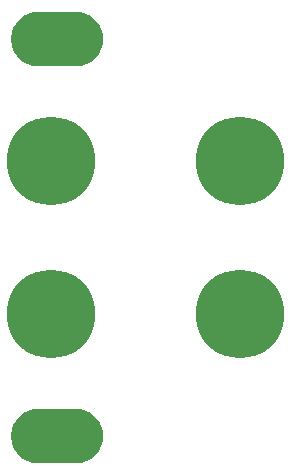
<source format=gbr>
G04 #@! TF.GenerationSoftware,KiCad,Pcbnew,(5.0.0)*
G04 #@! TF.CreationDate,2018-08-29T20:32:06+02:00*
G04 #@! TF.ProjectId,1u_mult_panel,31755F6D756C745F70616E656C2E6B69,rev?*
G04 #@! TF.SameCoordinates,Original*
G04 #@! TF.FileFunction,Soldermask,Bot*
G04 #@! TF.FilePolarity,Negative*
%FSLAX46Y46*%
G04 Gerber Fmt 4.6, Leading zero omitted, Abs format (unit mm)*
G04 Created by KiCad (PCBNEW (5.0.0)) date 08/29/18 20:32:06*
%MOMM*%
%LPD*%
G01*
G04 APERTURE LIST*
%ADD10C,0.100000*%
%ADD11C,4.600000*%
%ADD12C,7.500000*%
G04 APERTURE END LIST*
D10*
G04 #@! TO.C,MH1*
G36*
X9325439Y-711074D02*
X9548708Y-744193D01*
X9767655Y-799036D01*
X9980172Y-875076D01*
X10184212Y-971580D01*
X10377812Y-1087619D01*
X10559105Y-1222075D01*
X10726346Y-1373653D01*
X10877924Y-1540894D01*
X11012380Y-1722187D01*
X11128419Y-1915787D01*
X11224923Y-2119827D01*
X11300963Y-2332344D01*
X11355806Y-2551291D01*
X11388925Y-2774560D01*
X11400000Y-2999999D01*
X11400000Y-3000001D01*
X11388925Y-3225440D01*
X11355806Y-3448709D01*
X11300963Y-3667656D01*
X11224923Y-3880173D01*
X11128419Y-4084213D01*
X11012380Y-4277813D01*
X10877924Y-4459106D01*
X10726346Y-4626347D01*
X10559105Y-4777925D01*
X10377812Y-4912381D01*
X10184212Y-5028420D01*
X9980172Y-5124924D01*
X9767655Y-5200964D01*
X9548708Y-5255807D01*
X9325439Y-5288926D01*
X9100000Y-5300001D01*
X5900000Y-5300001D01*
X5674561Y-5288926D01*
X5451292Y-5255807D01*
X5232345Y-5200964D01*
X5019828Y-5124924D01*
X4815788Y-5028420D01*
X4622188Y-4912381D01*
X4440895Y-4777925D01*
X4273654Y-4626347D01*
X4122076Y-4459106D01*
X3987620Y-4277813D01*
X3871581Y-4084213D01*
X3775077Y-3880173D01*
X3699037Y-3667656D01*
X3644194Y-3448709D01*
X3611075Y-3225440D01*
X3600000Y-3000001D01*
X3600000Y-2999999D01*
X3611075Y-2774560D01*
X3644194Y-2551291D01*
X3699037Y-2332344D01*
X3775077Y-2119827D01*
X3871581Y-1915787D01*
X3987620Y-1722187D01*
X4122076Y-1540894D01*
X4273654Y-1373653D01*
X4440895Y-1222075D01*
X4622188Y-1087619D01*
X4815788Y-971580D01*
X5019828Y-875076D01*
X5232345Y-799036D01*
X5451292Y-744193D01*
X5674561Y-711074D01*
X5900000Y-699999D01*
X9100000Y-699999D01*
X9325439Y-711074D01*
X9325439Y-711074D01*
G37*
D11*
X7500000Y-3000000D03*
G04 #@! TD*
D10*
G04 #@! TO.C,MH2*
G36*
X9325439Y-34311074D02*
X9548708Y-34344193D01*
X9767655Y-34399036D01*
X9980172Y-34475076D01*
X10184212Y-34571580D01*
X10377812Y-34687619D01*
X10559105Y-34822075D01*
X10726346Y-34973653D01*
X10877924Y-35140894D01*
X11012380Y-35322187D01*
X11128419Y-35515787D01*
X11224923Y-35719827D01*
X11300963Y-35932344D01*
X11355806Y-36151291D01*
X11388925Y-36374560D01*
X11400000Y-36599999D01*
X11400000Y-36600001D01*
X11388925Y-36825440D01*
X11355806Y-37048709D01*
X11300963Y-37267656D01*
X11224923Y-37480173D01*
X11128419Y-37684213D01*
X11012380Y-37877813D01*
X10877924Y-38059106D01*
X10726346Y-38226347D01*
X10559105Y-38377925D01*
X10377812Y-38512381D01*
X10184212Y-38628420D01*
X9980172Y-38724924D01*
X9767655Y-38800964D01*
X9548708Y-38855807D01*
X9325439Y-38888926D01*
X9100000Y-38900001D01*
X5900000Y-38900001D01*
X5674561Y-38888926D01*
X5451292Y-38855807D01*
X5232345Y-38800964D01*
X5019828Y-38724924D01*
X4815788Y-38628420D01*
X4622188Y-38512381D01*
X4440895Y-38377925D01*
X4273654Y-38226347D01*
X4122076Y-38059106D01*
X3987620Y-37877813D01*
X3871581Y-37684213D01*
X3775077Y-37480173D01*
X3699037Y-37267656D01*
X3644194Y-37048709D01*
X3611075Y-36825440D01*
X3600000Y-36600001D01*
X3600000Y-36599999D01*
X3611075Y-36374560D01*
X3644194Y-36151291D01*
X3699037Y-35932344D01*
X3775077Y-35719827D01*
X3871581Y-35515787D01*
X3987620Y-35322187D01*
X4122076Y-35140894D01*
X4273654Y-34973653D01*
X4440895Y-34822075D01*
X4622188Y-34687619D01*
X4815788Y-34571580D01*
X5019828Y-34475076D01*
X5232345Y-34399036D01*
X5451292Y-34344193D01*
X5674561Y-34311074D01*
X5900000Y-34299999D01*
X9100000Y-34299999D01*
X9325439Y-34311074D01*
X9325439Y-34311074D01*
G37*
D11*
X7500000Y-36600000D03*
G04 #@! TD*
D12*
G04 #@! TO.C,MH3*
X7000000Y-13300000D03*
G04 #@! TD*
G04 #@! TO.C,MH4*
X7000000Y-26300000D03*
G04 #@! TD*
G04 #@! TO.C,MH5*
X23000000Y-13300000D03*
G04 #@! TD*
G04 #@! TO.C,MH6*
X23000000Y-26300000D03*
G04 #@! TD*
M02*

</source>
